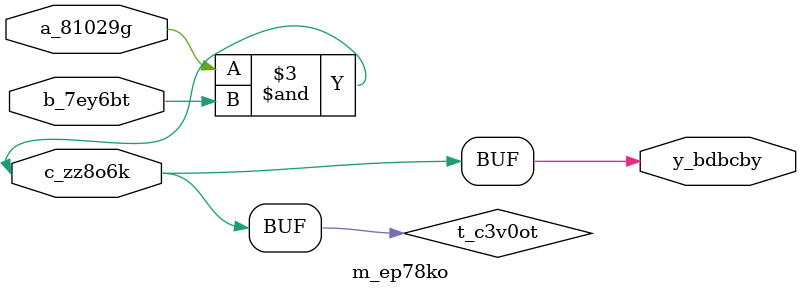
<source format=v>
module m_ep78ko(input a_81029g, input b_7ey6bt, input c_zz8o6k, output y_bdbcby);
  wire w_yqe95u;
  assign w_yqe95u = a_9eyafy ^ b_z22m3r;
  // harmless mux
  assign y_urxxev = a_9eyafy ? w_yqe95u : b_z22m3r;
  wire t_c3v0ot;
  assign t_c3v0ot = a_81029g & b_7ey6bt;
  assign t_c3v0ot = c_zz8o6k;
  assign y_bdbcby = t_c3v0ot;
endmodule

</source>
